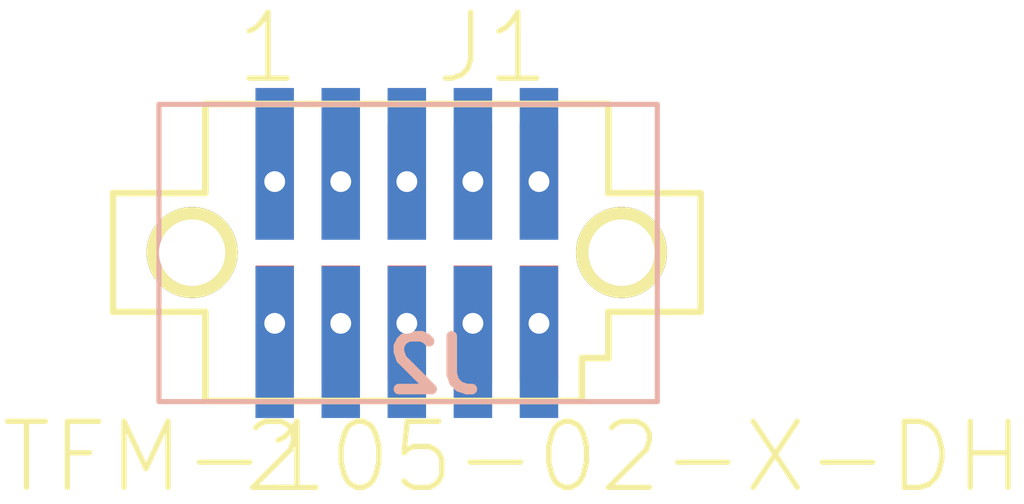
<source format=kicad_pcb>
(kicad_pcb (version 4) (host pcbnew 4.0.6)

  (general
    (links 10)
    (no_connects 0)
    (area 150.119619 100.3332 170.174382 110.6138)
    (thickness 1.6)
    (drawings 0)
    (tracks 10)
    (zones 0)
    (modules 2)
    (nets 11)
  )

  (page A4)
  (layers
    (0 F.Cu signal)
    (31 B.Cu signal)
    (32 B.Adhes user)
    (33 F.Adhes user)
    (34 B.Paste user)
    (35 F.Paste user)
    (36 B.SilkS user)
    (37 F.SilkS user)
    (38 B.Mask user)
    (39 F.Mask user)
    (40 Dwgs.User user)
    (41 Cmts.User user)
    (42 Eco1.User user)
    (43 Eco2.User user)
    (44 Edge.Cuts user)
    (45 Margin user)
    (46 B.CrtYd user)
    (47 F.CrtYd user)
    (48 B.Fab user)
    (49 F.Fab user)
  )

  (setup
    (last_trace_width 0.25)
    (trace_clearance 0.2)
    (zone_clearance 0.508)
    (zone_45_only no)
    (trace_min 0.2)
    (segment_width 0.2)
    (edge_width 0.15)
    (via_size 0.6)
    (via_drill 0.4)
    (via_min_size 0.4)
    (via_min_drill 0.3)
    (uvia_size 0.3)
    (uvia_drill 0.1)
    (uvias_allowed no)
    (uvia_min_size 0.2)
    (uvia_min_drill 0.1)
    (pcb_text_width 0.3)
    (pcb_text_size 1.5 1.5)
    (mod_edge_width 0.15)
    (mod_text_size 1 1)
    (mod_text_width 0.15)
    (pad_size 1.524 1.524)
    (pad_drill 0.762)
    (pad_to_mask_clearance 0.2)
    (aux_axis_origin 0 0)
    (visible_elements FFFFFF7F)
    (pcbplotparams
      (layerselection 0x00030_80000001)
      (usegerberextensions false)
      (excludeedgelayer true)
      (linewidth 0.100000)
      (plotframeref false)
      (viasonmask false)
      (mode 1)
      (useauxorigin false)
      (hpglpennumber 1)
      (hpglpenspeed 20)
      (hpglpendiameter 15)
      (hpglpenoverlay 2)
      (psnegative false)
      (psa4output false)
      (plotreference true)
      (plotvalue true)
      (plotinvisibletext false)
      (padsonsilk false)
      (subtractmaskfromsilk false)
      (outputformat 1)
      (mirror false)
      (drillshape 0)
      (scaleselection 1)
      (outputdirectory ""))
  )

  (net 0 "")
  (net 1 A10)
  (net 2 A5)
  (net 3 A9)
  (net 4 A4)
  (net 5 A1)
  (net 6 A6)
  (net 7 A2)
  (net 8 A7)
  (net 9 A3)
  (net 10 A8)

  (net_class Default "This is the default net class."
    (clearance 0.2)
    (trace_width 0.25)
    (via_dia 0.6)
    (via_drill 0.4)
    (uvia_dia 0.3)
    (uvia_drill 0.1)
    (add_net A1)
    (add_net A10)
    (add_net A2)
    (add_net A3)
    (add_net A4)
    (add_net A5)
    (add_net A6)
    (add_net A7)
    (add_net A8)
    (add_net A9)
  )

  (module WheelerLab:SFM-105-02-XXX-D-A (layer F.Cu) (tedit 58CFF371) (tstamp 592C874B)
    (at 158.115 105.41 180)
    (descr "0.05\"X0.05\" SOCKET STRIP DOUBLE ROW ASSEMBLY.")
    (tags "0.05\"X0.05\" SOCKET STRIP DOUBLE ROW ASSEMBLY.")
    (path /592C3F5A)
    (attr smd)
    (fp_text reference J1 (at -1.651 3.937 180) (layer F.SilkS)
      (effects (font (size 1.27 1.27) (thickness 0.1016)))
    )
    (fp_text value TFM-105-02-X-DH (at -2.032 -3.937 180) (layer F.SilkS)
      (effects (font (size 1.27 1.27) (thickness 0.1016)))
    )
    (fp_line (start -4.1275 0.7112) (end -4.1275 -0.7112) (layer F.SilkS) (width 0.127))
    (fp_line (start -4.8387 0) (end -3.4163 0) (layer F.SilkS) (width 0.127))
    (fp_circle (center -4.1275 0) (end -4.4831 0.3556) (layer F.SilkS) (width 0.127))
    (fp_line (start -5.64896 1.143) (end -5.64896 -1.143) (layer F.SilkS) (width 0.127))
    (fp_line (start -3.8735 1.143) (end -5.64896 1.143) (layer F.SilkS) (width 0.127))
    (fp_line (start -3.8735 2.8575) (end -3.8735 1.143) (layer F.SilkS) (width 0.127))
    (fp_line (start -3.3655 -2.032) (end -3.3655 -2.8575) (layer F.SilkS) (width 0.127))
    (fp_line (start -3.8735 -2.032) (end -3.3655 -2.032) (layer F.SilkS) (width 0.127))
    (fp_line (start -3.8735 -1.143) (end -3.8735 -2.032) (layer F.SilkS) (width 0.127))
    (fp_line (start -5.64896 -1.143) (end -3.8735 -1.143) (layer F.SilkS) (width 0.127))
    (fp_line (start -3.3655 0.635) (end -5.1435 0.635) (layer Dwgs.User) (width 0.127))
    (fp_line (start -3.3655 1.524) (end -3.3655 0.635) (layer Dwgs.User) (width 0.127))
    (fp_line (start -1.3335 -2.159) (end -1.3335 -1.524) (layer Dwgs.User) (width 0.127))
    (fp_line (start -2.8575 -2.159) (end -1.3335 -2.159) (layer Dwgs.User) (width 0.127))
    (fp_line (start -2.8575 -1.524) (end -2.8575 -2.159) (layer Dwgs.User) (width 0.127))
    (fp_line (start -3.3655 -1.524) (end -2.8575 -1.524) (layer Dwgs.User) (width 0.127))
    (fp_line (start -3.3655 -0.635) (end -3.3655 -1.524) (layer Dwgs.User) (width 0.127))
    (fp_line (start -5.1435 -0.635) (end -3.3655 -0.635) (layer Dwgs.User) (width 0.127))
    (fp_line (start -5.1435 0.635) (end -5.1435 -0.635) (layer Dwgs.User) (width 0.127))
    (fp_line (start -1.3335 -1.524) (end 3.3655 -1.524) (layer Dwgs.User) (width 0.127))
    (fp_line (start 3.3655 -1.524) (end 3.3655 -0.635) (layer Dwgs.User) (width 0.127))
    (fp_line (start 3.3655 -0.635) (end 5.1435 -0.635) (layer Dwgs.User) (width 0.127))
    (fp_line (start 5.1435 -0.635) (end 5.1435 0.635) (layer Dwgs.User) (width 0.127))
    (fp_line (start 5.1435 0.635) (end 3.3655 0.635) (layer Dwgs.User) (width 0.127))
    (fp_line (start 3.3655 0.635) (end 3.3655 1.524) (layer Dwgs.User) (width 0.127))
    (fp_line (start 3.3655 1.524) (end -3.3655 1.524) (layer Dwgs.User) (width 0.127))
    (fp_line (start -3.3655 -2.8575) (end 3.8735 -2.8575) (layer F.SilkS) (width 0.127))
    (fp_line (start 3.8735 -2.8575) (end 3.8735 -1.143) (layer F.SilkS) (width 0.127))
    (fp_line (start 3.8735 -1.143) (end 5.64896 -1.143) (layer F.SilkS) (width 0.127))
    (fp_line (start 5.64896 -1.143) (end 5.64896 1.143) (layer F.SilkS) (width 0.127))
    (fp_line (start 5.64896 1.143) (end 3.8735 1.143) (layer F.SilkS) (width 0.127))
    (fp_line (start 3.8735 1.143) (end 3.8735 2.8575) (layer F.SilkS) (width 0.127))
    (fp_line (start 3.8735 2.8575) (end -3.8735 2.8575) (layer F.SilkS) (width 0.127))
    (fp_circle (center 4.1275 0) (end 4.4831 0.3556) (layer F.SilkS) (width 0.127))
    (fp_line (start 3.4163 0) (end 4.8387 0) (layer F.SilkS) (width 0.127))
    (fp_line (start 4.1275 0.7112) (end 4.1275 -0.7112) (layer F.SilkS) (width 0.127))
    (fp_text user 1 (at 2.667 3.937 180) (layer F.SilkS)
      (effects (font (size 1.27 1.27) (thickness 0.1016)))
    )
    (fp_text user 2 (at 2.54 -3.937 180) (layer F.SilkS)
      (effects (font (size 1.27 1.27) (thickness 0.1016)))
    )
    (pad "" thru_hole circle (at 4.1275 0 180) (size 1.75 1.75) (drill 1.27) (layers *.Cu *.Mask F.SilkS))
    (pad 10 smd rect (at -2.54 -1.36398 180) (size 0.7366 2.21996) (layers F.Cu F.Paste F.Mask)
      (net 1 A10))
    (pad 9 smd rect (at -2.54 1.36398 180) (size 0.7366 2.21996) (layers F.Cu F.Paste F.Mask)
      (net 2 A5))
    (pad 8 smd rect (at -1.27 -1.36398 180) (size 0.7366 2.21996) (layers F.Cu F.Paste F.Mask)
      (net 3 A9))
    (pad 7 smd rect (at -1.27 1.36398 180) (size 0.7366 2.21996) (layers F.Cu F.Paste F.Mask)
      (net 4 A4))
    (pad 1 smd rect (at 2.54 1.36398 180) (size 0.7366 2.21996) (layers F.Cu F.Paste F.Mask)
      (net 5 A1))
    (pad 2 smd rect (at 2.54 -1.36398 180) (size 0.7366 2.21996) (layers F.Cu F.Paste F.Mask)
      (net 6 A6))
    (pad 3 smd rect (at 1.27 1.36398 180) (size 0.7366 2.21996) (layers F.Cu F.Paste F.Mask)
      (net 7 A2))
    (pad 4 smd rect (at 1.27 -1.36398 180) (size 0.7366 2.21996) (layers F.Cu F.Paste F.Mask)
      (net 8 A7))
    (pad 5 smd rect (at 0 1.36398 180) (size 0.7366 2.21996) (layers F.Cu F.Paste F.Mask)
      (net 9 A3))
    (pad 6 smd rect (at 0 -1.36398 180) (size 0.7366 2.21996) (layers F.Cu F.Paste F.Mask)
      (net 10 A8))
    (pad "" thru_hole circle (at -4.1275 0 180) (size 1.75 1.75) (drill 1.27) (layers *.Cu *.Mask F.SilkS))
  )

  (module WheelerLab:TFM-105-02-S-D (layer B.Cu) (tedit 592C422B) (tstamp 592C875B)
    (at 158.64 105.42)
    (descr "Connecteur 6 pins")
    (tags "CONN DEV")
    (path /592C3FA1)
    (fp_text reference J2 (at 0 2.159) (layer B.SilkS)
      (effects (font (size 1.016 1.016) (thickness 0.2032)) (justify mirror))
    )
    (fp_text value TFM-105-02-X-DH (at 0 -2.30124) (layer B.Mask) hide
      (effects (font (size 1.016 0.889) (thickness 0.2032)) (justify mirror))
    )
    (fp_line (start 4.29 -2.86) (end 4.29 2.86) (layer B.SilkS) (width 0.09906))
    (fp_line (start -5.29 -2.86) (end -5.29 2.86) (layer B.SilkS) (width 0.09906))
    (fp_line (start 4.29 2.86) (end -5.29 2.86) (layer B.SilkS) (width 0.09906))
    (fp_line (start -5.29 -2.86) (end 4.29 -2.86) (layer B.SilkS) (width 0.09906))
    (pad 2 smd rect (at -3.065 1.715) (size 0.74 2.92) (layers B.Cu B.Paste B.Mask)
      (net 6 A6))
    (pad "" np_thru_hole circle (at -4.6525 0) (size 1.27 1.27) (drill 1.27) (layers *.Cu *.Mask B.SilkS))
    (pad "" np_thru_hole circle (at 3.6025 0) (size 1.27 1.27) (drill 1.27) (layers *.Cu *.Mask B.SilkS))
    (pad 3 smd rect (at -1.795 -1.715) (size 0.74 2.92) (layers B.Cu B.Paste B.Mask)
      (net 7 A2))
    (pad 1 smd rect (at -3.065 -1.715) (size 0.74 2.92) (layers B.Cu B.Paste B.Mask)
      (net 5 A1))
    (pad 4 smd rect (at -1.795 1.715) (size 0.74 2.92) (layers B.Cu B.Paste B.Mask)
      (net 8 A7))
    (pad 10 smd rect (at 2.015 1.715) (size 0.74 2.92) (layers B.Cu B.Paste B.Mask)
      (net 1 A10))
    (pad 8 smd rect (at 0.745 1.715) (size 0.74 2.92) (layers B.Cu B.Paste B.Mask)
      (net 3 A9))
    (pad 6 smd rect (at -0.525 1.715) (size 0.74 2.92) (layers B.Cu B.Paste B.Mask)
      (net 10 A8))
    (pad 5 smd rect (at -0.525 -1.715) (size 0.74 2.92) (layers B.Cu B.Paste B.Mask)
      (net 9 A3))
    (pad 7 smd rect (at 0.745 -1.715) (size 0.74 2.92) (layers B.Cu B.Paste B.Mask)
      (net 4 A4))
    (pad 9 smd rect (at 2.015 -1.715) (size 0.74 2.92) (layers B.Cu B.Paste B.Mask)
      (net 2 A5))
    (model pin_array/pins_array_6x1.wrl
      (at (xyz 0 0 0))
      (scale (xyz 1 1 1))
      (rotate (xyz 0 0 0))
    )
  )

  (via (at 160.655 106.77398) (size 0.6) (drill 0.4) (layers F.Cu B.Cu) (net 1))
  (via (at 160.655 104.04602) (size 0.6) (drill 0.4) (layers F.Cu B.Cu) (net 2))
  (via (at 159.385 106.77398) (size 0.6) (drill 0.4) (layers F.Cu B.Cu) (net 3))
  (via (at 159.385 104.04602) (size 0.6) (drill 0.4) (layers F.Cu B.Cu) (net 4))
  (via (at 155.575 104.04602) (size 0.6) (drill 0.4) (layers F.Cu B.Cu) (net 5))
  (via (at 155.575 106.77398) (size 0.6) (drill 0.4) (layers F.Cu B.Cu) (net 6))
  (via (at 156.845 104.04602) (size 0.6) (drill 0.4) (layers F.Cu B.Cu) (net 7))
  (via (at 156.845 106.77398) (size 0.6) (drill 0.4) (layers F.Cu B.Cu) (net 8))
  (via (at 158.115 104.04602) (size 0.6) (drill 0.4) (layers F.Cu B.Cu) (net 9))
  (via (at 158.115 106.77398) (size 0.6) (drill 0.4) (layers F.Cu B.Cu) (net 10))

)

</source>
